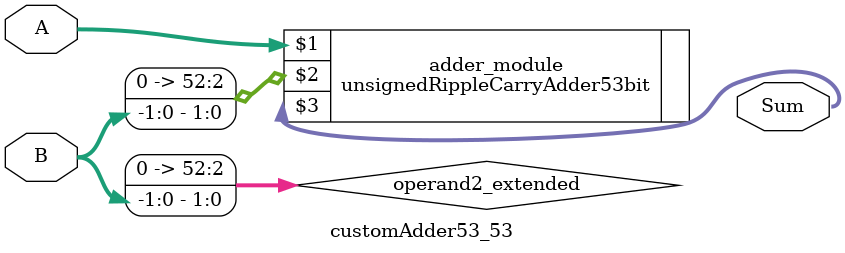
<source format=v>
module customAdder53_53(
                        input [52 : 0] A,
                        input [-1 : 0] B,
                        
                        output [53 : 0] Sum
                );

        wire [52 : 0] operand2_extended;
        
        assign operand2_extended =  {53'b0, B};
        
        unsignedRippleCarryAdder53bit adder_module(
            A,
            operand2_extended,
            Sum
        );
        
        endmodule
        
</source>
